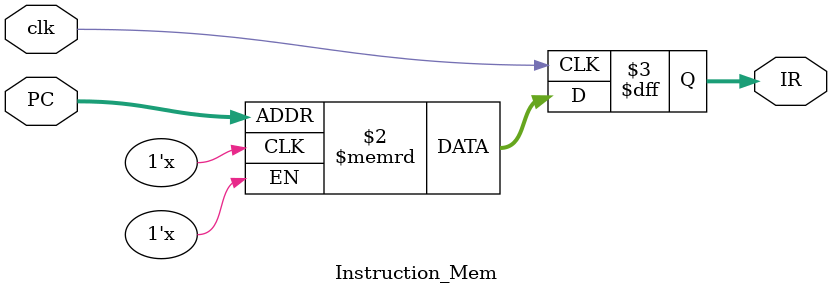
<source format=v>
`timescale 1ns / 1ps

module Instruction_Mem(IR,PC,clk);
	output reg [31:0] IR; //next Instruction to be executed 
	input [31:0] PC; //address of next intstruction to be executed
	input clk;
	
	reg [31:0] Inst_MEM [1023:0];
	always @(posedge clk)
		begin
			IR = Inst_MEM[PC];
		end
endmodule

</source>
